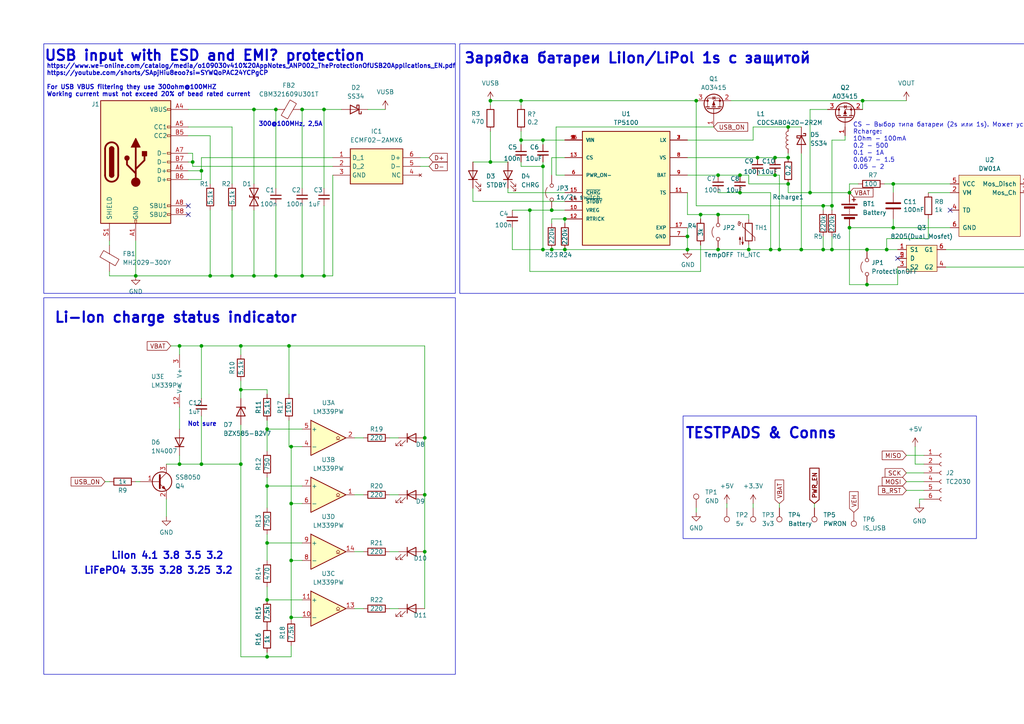
<source format=kicad_sch>
(kicad_sch (version 20231120) (generator "eeschema") (generator_version "8.0")
  (paper "A4")
  (junction (at 208.28 62.23))
  (junction (at 142.24 29.21))
  (junction (at 77.47 173.99))
  (junction (at 246.38 66.04))
  (junction (at 77.47 124.46))
  (junction (at 228.6 36.83))
  (junction (at 163.83 63.5))
  (junction (at 217.17 72.39))
  (junction (at 251.46 82.55))
  (junction (at 157.48 48.26))
  (junction (at 238.76 72.39))
  (junction (at 259.08 53.34))
  (junction (at 208.28 50.8))
  (junction (at 157.48 40.64))
  (junction (at 250.19 29.21))
  (junction (at 87.63 31.75))
  (junction (at 241.3 72.39))
  (junction (at 84.455 129.54))
  (junction (at 234.95 55.88))
  (junction (at 228.6 45.72))
  (junction (at 160.02 60.96))
  (junction (at 69.85 100.33))
  (junction (at 77.47 190.5))
  (junction (at 224.79 50.8))
  (junction (at 58.42 134.62))
  (junction (at 142.24 46.99))
  (junction (at 228.6 53.34))
  (junction (at 199.39 68.58))
  (junction (at 151.13 40.64))
  (junction (at 73.66 31.75))
  (junction (at 241.3 59.69))
  (junction (at 93.98 31.75))
  (junction (at 67.31 80.01))
  (junction (at 208.28 72.39))
  (junction (at 52.07 100.33))
  (junction (at 226.06 72.39))
  (junction (at 251.46 72.39))
  (junction (at 257.175 72.39))
  (junction (at 219.71 45.72))
  (junction (at 39.37 80.01))
  (junction (at 259.08 66.04))
  (junction (at 93.98 80.01))
  (junction (at 199.39 72.39))
  (junction (at 69.85 134.62))
  (junction (at 203.2 62.23))
  (junction (at 153.67 60.96))
  (junction (at 84.455 146.05))
  (junction (at 73.66 80.01))
  (junction (at 60.96 80.01))
  (junction (at 55.88 46.99))
  (junction (at 201.93 29.21))
  (junction (at 84.455 162.56))
  (junction (at 123.19 143.51))
  (junction (at 80.01 31.75))
  (junction (at 163.83 72.39))
  (junction (at 123.19 160.02))
  (junction (at 69.85 113.03))
  (junction (at 83.82 100.33))
  (junction (at 224.79 45.72))
  (junction (at 246.38 55.88))
  (junction (at 77.47 157.48))
  (junction (at 214.63 55.88))
  (junction (at 232.41 72.39))
  (junction (at 84.455 179.07))
  (junction (at 223.52 72.39))
  (junction (at 123.19 127))
  (junction (at 58.42 49.53))
  (junction (at 58.42 100.33))
  (junction (at 157.48 72.39))
  (junction (at 151.13 29.21))
  (junction (at 214.63 50.8))
  (junction (at 80.01 80.01))
  (junction (at 160.02 72.39))
  (junction (at 52.07 134.62))
  (junction (at 238.76 59.69))
  (junction (at 77.47 140.97))
  (junction (at 87.63 80.01))
  (no_connect (at 275.59 60.96))
  (no_connect (at 260.35 74.93))
  (no_connect (at 54.61 62.23))
  (no_connect (at 54.61 59.69))
  (wire (pts (xy 241.3 59.69) (xy 241.3 60.96)))
  (wire (pts (xy 58.42 49.53) (xy 54.61 49.53)))
  (wire (pts (xy 58.42 120.65) (xy 58.42 134.62)))
  (wire (pts (xy 83.82 100.33) (xy 123.19 100.33)))
  (wire (pts (xy 84.455 146.05) (xy 84.455 162.56)))
  (wire (pts (xy 238.76 68.58) (xy 238.76 72.39)))
  (wire (pts (xy 234.95 31.75) (xy 234.95 55.88)))
  (wire (pts (xy 157.48 41.91) (xy 157.48 40.64)))
  (wire (pts (xy 199.39 72.39) (xy 199.39 68.58)))
  (wire (pts (xy 234.95 55.88) (xy 246.38 55.88)))
  (wire (pts (xy 203.2 71.12) (xy 203.2 78.74)))
  (wire (pts (xy 246.38 66.04) (xy 246.38 82.55)))
  (wire (pts (xy 212.09 29.21) (xy 250.19 29.21)))
  (wire (pts (xy 161.29 50.8) (xy 163.83 50.8)))
  (wire (pts (xy 54.61 36.83) (xy 67.31 36.83)))
  (wire (pts (xy 67.31 36.83) (xy 67.31 53.34)))
  (wire (pts (xy 69.85 123.19) (xy 69.85 134.62)))
  (wire (pts (xy 262.89 142.24) (xy 267.97 142.24)))
  (wire (pts (xy 55.88 44.45) (xy 54.61 44.45)))
  (wire (pts (xy 77.47 157.48) (xy 87.63 157.48)))
  (wire (pts (xy 77.47 157.48) (xy 77.47 162.56)))
  (wire (pts (xy 160.02 50.8) (xy 160.02 45.72)))
  (wire (pts (xy 217.17 62.23) (xy 217.17 63.5)))
  (wire (pts (xy 203.2 63.5) (xy 203.2 62.23)))
  (wire (pts (xy 106.68 31.75) (xy 111.76 31.75)))
  (wire (pts (xy 260.35 82.55) (xy 251.46 82.55)))
  (wire (pts (xy 238.76 72.39) (xy 241.3 72.39)))
  (wire (pts (xy 148.59 60.96) (xy 153.67 60.96)))
  (wire (pts (xy 226.06 50.8) (xy 226.06 72.39)))
  (wire (pts (xy 102.87 127) (xy 105.41 127)))
  (wire (pts (xy 123.19 127) (xy 123.19 100.33)))
  (wire (pts (xy 267.97 144.78) (xy 266.7 144.78)))
  (wire (pts (xy 223.52 55.88) (xy 214.63 55.88)))
  (wire (pts (xy 217.17 71.12) (xy 217.17 72.39)))
  (wire (pts (xy 52.07 118.11) (xy 52.07 124.46)))
  (wire (pts (xy 226.06 72.39) (xy 232.41 72.39)))
  (wire (pts (xy 123.19 143.51) (xy 123.19 127)))
  (wire (pts (xy 77.47 121.92) (xy 77.47 124.46)))
  (wire (pts (xy 241.3 68.58) (xy 241.3 72.39)))
  (wire (pts (xy 58.42 134.62) (xy 69.85 134.62)))
  (wire (pts (xy 58.42 49.53) (xy 58.42 52.07)))
  (wire (pts (xy 217.17 50.8) (xy 217.17 53.34)))
  (wire (pts (xy 77.47 138.43) (xy 77.47 140.97)))
  (wire (pts (xy 87.63 80.01) (xy 93.98 80.01)))
  (wire (pts (xy 58.42 45.72) (xy 58.42 49.53)))
  (wire (pts (xy 77.47 190.5) (xy 84.455 190.5)))
  (wire (pts (xy 80.01 80.01) (xy 87.63 80.01)))
  (wire (pts (xy 73.66 60.96) (xy 73.66 80.01)))
  (wire (pts (xy 123.19 176.53) (xy 123.19 160.02)))
  (wire (pts (xy 69.85 100.33) (xy 69.85 102.87)))
  (wire (pts (xy 226.06 50.8) (xy 224.79 50.8)))
  (wire (pts (xy 39.37 69.85) (xy 39.37 80.01)))
  (wire (pts (xy 257.175 72.39) (xy 260.35 72.39)))
  (wire (pts (xy 151.13 41.91) (xy 151.13 40.64)))
  (wire (pts (xy 274.32 77.47) (xy 300.99 77.47)))
  (wire (pts (xy 121.92 45.72) (xy 124.46 45.72)))
  (wire (pts (xy 84.455 162.56) (xy 87.63 162.56)))
  (wire (pts (xy 160.02 60.96) (xy 163.83 60.96)))
  (wire (pts (xy 87.63 31.75) (xy 87.63 54.61)))
  (wire (pts (xy 199.39 62.23) (xy 203.2 62.23)))
  (wire (pts (xy 223.52 72.39) (xy 226.06 72.39)))
  (wire (pts (xy 157.48 72.39) (xy 160.02 72.39)))
  (wire (pts (xy 31.75 69.85) (xy 31.75 71.12)))
  (wire (pts (xy 102.87 176.53) (xy 105.41 176.53)))
  (wire (pts (xy 148.59 72.39) (xy 148.59 66.04)))
  (wire (pts (xy 113.03 160.02) (xy 115.57 160.02)))
  (wire (pts (xy 39.37 80.01) (xy 60.96 80.01)))
  (wire (pts (xy 262.89 132.08) (xy 267.97 132.08)))
  (wire (pts (xy 232.41 44.45) (xy 232.41 72.39)))
  (wire (pts (xy 265.43 129.54) (xy 265.43 134.62)))
  (wire (pts (xy 163.83 40.64) (xy 157.48 40.64)))
  (wire (pts (xy 208.28 55.88) (xy 214.63 55.88)))
  (wire (pts (xy 102.87 160.02) (xy 105.41 160.02)))
  (wire (pts (xy 199.39 55.88) (xy 199.39 62.23)))
  (wire (pts (xy 228.6 53.34) (xy 228.6 55.88)))
  (wire (pts (xy 241.3 72.39) (xy 251.46 72.39)))
  (wire (pts (xy 54.61 46.99) (xy 55.88 46.99)))
  (wire (pts (xy 137.16 46.99) (xy 142.24 46.99)))
  (wire (pts (xy 77.47 113.03) (xy 77.47 114.3)))
  (wire (pts (xy 83.82 121.92) (xy 83.82 129.54)))
  (wire (pts (xy 236.22 146.05) (xy 236.22 147.32)))
  (wire (pts (xy 151.13 48.26) (xy 157.48 48.26)))
  (wire (pts (xy 151.13 38.1) (xy 151.13 40.64)))
  (wire (pts (xy 224.79 45.72) (xy 228.6 45.72)))
  (wire (pts (xy 157.48 48.26) (xy 157.48 72.39)))
  (wire (pts (xy 262.89 137.16) (xy 267.97 137.16)))
  (wire (pts (xy 84.455 162.56) (xy 84.455 179.07)))
  (wire (pts (xy 259.08 63.5) (xy 259.08 66.04)))
  (wire (pts (xy 58.42 45.72) (xy 96.52 45.72)))
  (wire (pts (xy 241.3 59.69) (xy 238.76 59.69)))
  (wire (pts (xy 55.88 46.99) (xy 55.88 44.45)))
  (wire (pts (xy 251.46 72.39) (xy 257.175 72.39)))
  (wire (pts (xy 266.7 144.78) (xy 266.7 146.05)))
  (wire (pts (xy 228.6 45.72) (xy 228.6 44.45)))
  (wire (pts (xy 69.85 100.33) (xy 83.82 100.33)))
  (wire (pts (xy 49.53 100.33) (xy 52.07 100.33)))
  (wire (pts (xy 259.08 55.88) (xy 259.08 53.34)))
  (wire (pts (xy 60.96 60.96) (xy 60.96 80.01)))
  (wire (pts (xy 83.82 100.33) (xy 83.82 114.3)))
  (wire (pts (xy 96.52 50.8) (xy 96.52 80.01)))
  (wire (pts (xy 203.2 78.74) (xy 153.67 78.74)))
  (wire (pts (xy 142.24 29.21) (xy 142.24 30.48)))
  (wire (pts (xy 210.82 146.05) (xy 210.82 147.32)))
  (wire (pts (xy 246.38 53.34) (xy 246.38 55.88)))
  (wire (pts (xy 87.63 59.69) (xy 87.63 80.01)))
  (wire (pts (xy 113.03 127) (xy 115.57 127)))
  (wire (pts (xy 269.24 55.88) (xy 275.59 55.88)))
  (wire (pts (xy 241.3 40.64) (xy 241.3 59.69)))
  (wire (pts (xy 142.24 46.99) (xy 147.32 46.99)))
  (wire (pts (xy 260.35 77.47) (xy 260.35 82.55)))
  (wire (pts (xy 93.98 59.69) (xy 93.98 80.01)))
  (wire (pts (xy 123.19 160.02) (xy 123.19 143.51)))
  (wire (pts (xy 238.76 59.69) (xy 201.93 59.69)))
  (wire (pts (xy 201.93 59.69) (xy 201.93 29.21)))
  (wire (pts (xy 300.99 53.34) (xy 300.99 77.47)))
  (wire (pts (xy 203.2 62.23) (xy 208.28 62.23)))
  (wire (pts (xy 58.42 100.33) (xy 58.42 115.57)))
  (wire (pts (xy 208.28 72.39) (xy 217.17 72.39)))
  (wire (pts (xy 157.48 40.64) (xy 151.13 40.64)))
  (wire (pts (xy 52.07 100.33) (xy 58.42 100.33)))
  (wire (pts (xy 87.63 31.75) (xy 93.98 31.75)))
  (wire (pts (xy 199.39 45.72) (xy 219.71 45.72)))
  (wire (pts (xy 69.85 113.03) (xy 77.47 113.03)))
  (wire (pts (xy 223.52 55.88) (xy 223.52 72.39)))
  (wire (pts (xy 208.28 62.23) (xy 217.17 62.23)))
  (wire (pts (xy 199.39 40.64) (xy 218.44 40.64)))
  (wire (pts (xy 52.07 132.08) (xy 52.07 134.62)))
  (wire (pts (xy 228.6 36.83) (xy 232.41 36.83)))
  (wire (pts (xy 77.47 140.97) (xy 77.47 147.32)))
  (wire (pts (xy 31.75 78.74) (xy 31.75 80.01)))
  (wire (pts (xy 77.47 140.97) (xy 87.63 140.97)))
  (wire (pts (xy 163.83 63.5) (xy 163.83 64.77)))
  (wire (pts (xy 137.16 54.61) (xy 137.16 58.42)))
  (wire (pts (xy 142.24 29.21) (xy 151.13 29.21)))
  (wire (pts (xy 161.29 36.83) (xy 207.01 36.83)))
  (wire (pts (xy 157.48 48.26) (xy 157.48 46.99)))
  (wire (pts (xy 54.61 31.75) (xy 73.66 31.75)))
  (wire (pts (xy 69.85 190.5) (xy 77.47 190.5)))
  (wire (pts (xy 84.455 129.54) (xy 84.455 146.05)))
  (wire (pts (xy 52.07 100.33) (xy 52.07 102.87)))
  (wire (pts (xy 39.37 139.7) (xy 40.64 139.7)))
  (wire (pts (xy 199.39 50.8) (xy 208.28 50.8)))
  (wire (pts (xy 151.13 29.21) (xy 151.13 30.48)))
  (wire (pts (xy 234.95 31.75) (xy 240.03 31.75)))
  (wire (pts (xy 298.45 72.39) (xy 274.32 72.39)))
  (wire (pts (xy 69.85 110.49) (xy 69.85 113.03)))
  (wire (pts (xy 60.96 39.37) (xy 60.96 53.34)))
  (wire (pts (xy 84.455 129.54) (xy 87.63 129.54)))
  (wire (pts (xy 58.42 52.07) (xy 54.61 52.07)))
  (wire (pts (xy 55.88 48.26) (xy 55.88 46.99)))
  (wire (pts (xy 84.455 146.05) (xy 87.63 146.05)))
  (wire (pts (xy 153.67 78.74) (xy 153.67 60.96)))
  (wire (pts (xy 245.11 39.37) (xy 245.11 40.64)))
  (wire (pts (xy 219.71 50.8) (xy 224.79 50.8)))
  (wire (pts (xy 67.31 80.01) (xy 60.96 80.01)))
  (wire (pts (xy 73.66 31.75) (xy 73.66 53.34)))
  (wire (pts (xy 269.24 63.5) (xy 269.24 69.215)))
  (wire (pts (xy 163.83 63.5) (xy 160.02 63.5)))
  (wire (pts (xy 73.66 31.75) (xy 80.01 31.75)))
  (wire (pts (xy 96.52 80.01) (xy 93.98 80.01)))
  (wire (pts (xy 102.87 143.51) (xy 105.41 143.51)))
  (wire (pts (xy 80.01 31.75) (xy 80.01 54.61)))
  (wire (pts (xy 77.47 154.94) (xy 77.47 157.48)))
  (wire (pts (xy 96.52 48.26) (xy 55.88 48.26)))
  (wire (pts (xy 48.26 134.62) (xy 52.07 134.62)))
  (wire (pts (xy 245.11 40.64) (xy 241.3 40.64)))
  (wire (pts (xy 232.41 72.39) (xy 238.76 72.39)))
  (wire (pts (xy 67.31 60.96) (xy 67.31 80.01)))
  (wire (pts (xy 228.6 55.88) (xy 234.95 55.88)))
  (wire (pts (xy 238.76 60.96) (xy 238.76 59.69)))
  (wire (pts (xy 160.02 45.72) (xy 163.83 45.72)))
  (wire (pts (xy 226.06 146.05) (xy 226.06 147.32)))
  (wire (pts (xy 137.16 58.42) (xy 163.83 58.42)))
  (wire (pts (xy 163.83 72.39) (xy 199.39 72.39)))
  (wire (pts (xy 84.455 187.325) (xy 84.455 190.5)))
  (wire (pts (xy 31.75 80.01) (xy 39.37 80.01)))
  (wire (pts (xy 77.47 170.18) (xy 77.47 173.99)))
  (wire (pts (xy 69.85 113.03) (xy 69.85 115.57)))
  (wire (pts (xy 77.47 189.23) (xy 77.47 190.5)))
  (wire (pts (xy 58.42 100.33) (xy 69.85 100.33)))
  (wire (pts (xy 259.08 53.34) (xy 275.59 53.34)))
  (wire (pts (xy 257.175 69.215) (xy 257.175 72.39)))
  (wire (pts (xy 84.455 179.07) (xy 84.455 179.705)))
  (wire (pts (xy 121.92 48.26) (xy 124.46 48.26)))
  (wire (pts (xy 151.13 48.26) (xy 151.13 46.99)))
  (wire (pts (xy 151.13 29.21) (xy 201.93 29.21)))
  (wire (pts (xy 265.43 134.62) (xy 267.97 134.62)))
  (wire (pts (xy 157.48 72.39) (xy 148.59 72.39)))
  (wire (pts (xy 214.63 50.8) (xy 217.17 50.8)))
  (wire (pts (xy 83.82 129.54) (xy 84.455 129.54)))
  (wire (pts (xy 199.39 72.39) (xy 208.28 72.39)))
  (wire (pts (xy 77.47 124.46) (xy 77.47 130.81)))
  (wire (pts (xy 219.71 45.72) (xy 224.79 45.72)))
  (wire (pts (xy 31.75 139.7) (xy 30.48 139.7)))
  (wire (pts (xy 93.98 31.75) (xy 93.98 54.61)))
  (wire (pts (xy 73.66 80.01) (xy 80.01 80.01)))
  (wire (pts (xy 218.44 40.64) (xy 218.44 36.83)))
  (wire (pts (xy 199.39 68.58) (xy 199.39 66.04)))
  (wire (pts (xy 269.24 69.215) (xy 257.175 69.215)))
  (wire (pts (xy 69.85 134.62) (xy 69.85 190.5)))
  (wire (pts (xy 147.32 54.61) (xy 147.32 55.88)))
  (wire (pts (xy 113.03 176.53) (xy 115.57 176.53)))
  (wire (pts (xy 250.19 29.21) (xy 262.89 29.21)))
  (wire (pts (xy 208.28 50.8) (xy 214.63 50.8)))
  (wire (pts (xy 217.17 53.34) (xy 228.6 53.34)))
  (wire (pts (xy 246.38 53.34) (xy 248.92 53.34)))
  (wire (pts (xy 298.45 55.88) (xy 298.45 72.39)))
  (wire (pts (xy 201.93 147.32) (xy 201.93 148.59)))
  (wire (pts (xy 298.45 53.34) (xy 300.99 53.34)))
  (wire (pts (xy 160.02 63.5) (xy 160.02 64.77)))
  (wire (pts (xy 52.07 134.62) (xy 58.42 134.62)))
  (wire (pts (xy 142.24 38.1) (xy 142.24 46.99)))
  (wire (pts (xy 218.44 36.83) (xy 228.6 36.83)))
  (wire (pts (xy 153.67 60.96) (xy 160.02 60.96)))
  (wire (pts (xy 77.47 124.46) (xy 87.63 124.46)))
  (wire (pts (xy 262.89 139.7) (xy 267.97 139.7)))
  (wire (pts (xy 160.02 72.39) (xy 163.83 72.39)))
  (wire (pts (xy 48.26 144.78) (xy 48.26 149.86)))
  (wire (pts (xy 93.98 31.75) (xy 99.06 31.75)))
  (wire (pts (xy 161.29 36.83) (xy 161.29 50.8)))
  (wire (pts (xy 250.19 29.21) (xy 250.19 31.75)))
  (wire (pts (xy 84.455 179.07) (xy 87.63 179.07)))
  (wire (pts (xy 218.44 146.05) (xy 218.44 147.32)))
  (wire (pts (xy 113.03 143.51) (xy 115.57 143.51)))
  (wire (pts (xy 246.38 66.04) (xy 259.08 66.04)))
  (wire (pts (xy 80.01 59.69) (xy 80.01 80.01)))
  (wire (pts (xy 217.17 72.39) (xy 223.52 72.39)))
  (wire (pts (xy 147.32 55.88) (xy 163.83 55.88)))
  (wire (pts (xy 259.08 66.04) (xy 275.59 66.04)))
  (wire (pts (xy 54.61 39.37) (xy 60.96 39.37)))
  (wire (pts (xy 77.47 173.99) (xy 87.63 173.99)))
  (wire (pts (xy 251.46 82.55) (xy 246.38 82.55)))
  (wire (pts (xy 67.31 80.01) (xy 73.66 80.01)))
  (wire (pts (xy 256.54 53.34) (xy 259.08 53.34)))
  (rectangle (start 133.35 12.7) (end 310.515 85.09))
  (rectangle (start 198.12 120.65) (end 283.21 156.21))
  (rectangle (start 12.7 86.36) (end 132.08 195.58))
  (rectangle (start 12.7 12.7) (end 132.08 85.09))
  (text "TESTPADS & Conns" (at 198.628 127.508 0) (effects (font (size 3 3) (thickness 0.6) (bold yes)) (justify left bottom)))
  (text "Li-Ion charge status indicator" (at 15.621 93.98 0) (effects (font (size 3 3) (thickness 0.6) (bold yes)) (justify left bottom)))
  (text "LiFePO4 3.35 3.28 3.25 3.2" (at 24.257 166.751 0) (effects (font (size 2 2) (thickness 0.4) (bold yes)) (justify left bottom)))
  (text "USB input with ESD and EMI? protection" (at 12.7 18.034 0) (effects (font (size 3 3) (thickness 0.6) (bold yes)) (justify left bottom)))
  (text "Зарядка батареи LiIon/LiPol 1s с защитой" (at 184.912 17.018 0) (effects (font (size 3 3) (thickness 0.6) (bold yes))))
  (text "https://www.we-online.com/catalog/media/o109030v410%20AppNotes_ANP002_TheProtectionOfUSB20Applications_EN.pdf\nhttps://youtube.com/shorts/SApjHiu8eoo?si=SYWQoPAC24YCPgCP\n\nFor USB VBUS filtering they use 300ohm@100MHZ\nWorking current must not exceed 20% of bead rated current" (at 13.462 28.194 0) (effects (font (size 1.27 1.27) (bold yes)) (justify left bottom)))
  (text "300@100MHz, 2,5A" (at 74.93 36.83 0) (effects (font (size 1.27 1.27) (bold yes)) (justify left bottom)))
  (text "CS - Выбор типа батареи (2s или 1s). Может усправляться\nRcharge:\n1Ohm - 100mA\n0.2 - 500\n0.1 - 1A\n0.067 - 1.5\n0.05 - 2" (at 247.396 42.418 0) (effects (font (size 1.27 1.27)) (justify left)))
  (text "Not sure" (at 54.356 123.825 0) (effects (font (size 1.27 1.27) (bold yes)) (justify left bottom)))
  (text "LiIon 4.1 3.8 3.5 3.2" (at 32.131 162.433 0) (effects (font (size 2 2) (thickness 0.4) (bold yes)) (justify left bottom)))
  (global_label "USB_ON" (shape input) (at 207.01 36.83 0) (property "Intersheetrefs" "${INTERSHEET_REFS}" (effects (hide yes))))
  (global_label "VBAT" (shape input) (at 246.38 55.88 0) (property "Intersheetrefs" "${INTERSHEET_REFS}" (effects (hide yes))))
  (global_label "VEH" (shape input) (at 247.65 148.59 90) (property "Intersheetrefs" "${INTERSHEET_REFS}" (effects (hide yes))))
  (global_label "MISO" (shape input) (at 262.89 132.08 180) (property "Intersheetrefs" "${INTERSHEET_REFS}" (effects (hide yes))))
  (global_label "PWR_EN" (shape input) (at 236.22 146.05 90) (effects (font (bold yes))) (property "Intersheetrefs" "${INTERSHEET_REFS}" (effects (hide yes))))
  (global_label "VBAT" (shape input) (at 226.06 146.05 90) (property "Intersheetrefs" "${INTERSHEET_REFS}" (effects (hide yes))))
  (global_label "VBAT" (shape input) (at 49.53 100.33 180) (property "Intersheetrefs" "${INTERSHEET_REFS}" (effects (hide yes))))
  (global_label "MOSI" (shape input) (at 262.89 139.7 180) (property "Intersheetrefs" "${INTERSHEET_REFS}" (effects (hide yes))))
  (global_label "USB_ON" (shape input) (at 30.48 139.7 180) (property "Intersheetrefs" "${INTERSHEET_REFS}" (effects (hide yes))))
  (global_label "D+" (shape input) (at 124.46 45.72 0) (property "Intersheetrefs" "${INTERSHEET_REFS}" (effects (hide yes))))
  (global_label "SCK" (shape input) (at 262.89 137.16 180) (property "Intersheetrefs" "${INTERSHEET_REFS}" (effects (hide yes))))
  (global_label "D-" (shape input) (at 124.46 48.26 0) (property "Intersheetrefs" "${INTERSHEET_REFS}" (effects (hide yes))))
  (global_label "B_RST" (shape input) (at 262.89 142.24 180) (property "Intersheetrefs" "${INTERSHEET_REFS}" (effects (hide yes))))
  (symbol (lib_id "Device:R") (at 84.455 183.515 180) (unit 1)
    (property "Reference" "R18" (at 81.915 183.515 90))
    (property "Value" "7.5k" (at 84.455 183.515 90))
    (property "Footprint" "Resistor_SMD:R_0402_1005Metric_Pad0.72x0.64mm_HandSolder" (effects (hide yes)))
  )
  (symbol (lib_id "Device:C_Small") (at 208.28 53.34 0) (unit 1)
    (property "Reference" "C7" (at 204.978 51.816 0) (effects (justify left)))
    (property "Value" "100n" (at 204.216 55.118 0) (effects (justify left)))
    (property "Footprint" "Capacitor_SMD:C_0402_1005Metric_Pad0.74x0.62mm_HandSolder" (effects (hide yes)))
  )
  (symbol (lib_id "_chips:TP5100") (at 181.61 53.34 0) (unit 1)
    (property "Reference" "U1" (at 181.61 33.02 0))
    (property "Value" "TP5100" (at 181.61 35.56 0))
    (property "Footprint" "Package_DFN_QFN:QFN-16-1EP_4x4mm_P0.65mm_EP2.1x2.1mm" (effects (hide yes)))
    (property "Datasheet" "https://www.promelec.ru/fs/sources/75/14/fc/a5/01efac50202eb270566d2c7e.pdf" (effects (hide yes)))
    (property "MF" "NanJing Top Power ASIC Corp." (effects (hide yes)))
    (property "MAXIMUM_PACKAGE_HEIGHT" "0.9 mm" (effects (hide yes)))
    (property "Package" "Package" (effects (hide yes)))
    (property "Price" "None" (effects (hide yes)))
    (property "Check_prices" "https://www.snapeda.com/parts/TP5100/NanJing+Top+Power+ASIC+Corp./view-part/?ref=eda" (effects (hide yes)))
    (property "STANDARD" "IPC 7351B" (effects (hide yes)))
    (property "PARTREV" "2.3" (effects (hide yes)))
    (property "SnapEDA_Link" "https://www.snapeda.com/parts/TP5100/NanJing+Top+Power+ASIC+Corp./view-part/?ref=snap" (effects (hide yes)))
    (property "MP" "TP5100" (effects (hide yes)))
    (property "Description_1" "\n2A-switch buck 8.4V / 4.2V rechargeable lithium battery\n" (effects (hide yes)))
    (property "MANUFACTURER" "NanJing Top Power ASIC Corp." (effects (hide yes)))
    (property "Availability" "Not in stock" (effects (hide yes)))
    (property "SNAPEDA_PN" "TP5100" (effects (hide yes)))
  )
  (symbol (lib_id "Device:R") (at 163.83 68.58 0) (unit 1)
    (property "Reference" "R24" (at 162.052 73.914 0) (effects (justify left)))
    (property "Value" "220k" (at 163.83 71.12 90) (effects (justify left)))
    (property "Footprint" "Resistor_SMD:R_0402_1005Metric_Pad0.72x0.64mm_HandSolder" (effects (hide yes)))
  )
  (symbol (lib_id "Device:R") (at 109.22 143.51 90) (unit 1)
    (property "Reference" "R20" (at 109.22 140.97 90))
    (property "Value" "220" (at 109.22 143.51 90))
    (property "Footprint" "Resistor_SMD:R_0402_1005Metric_Pad0.72x0.64mm_HandSolder" (effects (hide yes)))
  )
  (symbol (lib_id "power:GND") (at 199.39 72.39 0) (unit 1)
    (property "Reference" "#PWR04" (effects (hide yes)))
    (property "Value" "GND" (at 199.517 76.7842 0))
  )
  (symbol (lib_id "Jumper:Jumper_2_Open") (at 208.28 67.31 90) (unit 1) (exclude_from_sim yes)
    (property "Reference" "JP2" (at 209.55 66.0399 90) (effects (justify right)))
    (property "Value" "TempOFF" (at 204.216 73.914 90) (effects (justify right)))
    (property "Footprint" "Jumper:SolderJumper-2_P1.3mm_Open_RoundedPad1.0x1.5mm" (effects (hide yes)))
    (property "Description" "Jumper, 2-pole, open" (effects (hide yes)))
  )
  (symbol (lib_id "Device:Thermistor_NTC") (at 217.17 67.31 0) (unit 1)
    (property "Reference" "TH1" (at 218.948 66.04 0) (effects (justify left)))
    (property "Value" "TH_NTC" (at 213.614 73.914 0) (effects (justify left)))
    (property "Footprint" "Resistor_SMD:R_0805_2012Metric_Pad1.20x1.40mm_HandSolder" (effects (hide yes)))
    (property "Description" "Temperature dependent resistor, negative temperature coefficient" (effects (hide yes)))
  )
  (symbol (lib_id "Device:R") (at 269.24 59.69 0) (unit 1)
    (property "Reference" "R8" (at 271.018 58.5216 0) (effects (justify left)))
    (property "Value" "1k" (at 271.018 60.833 0) (effects (justify left)))
    (property "Footprint" "Resistor_SMD:R_0402_1005Metric_Pad0.72x0.64mm_HandSolder" (effects (hide yes)))
  )
  (symbol (lib_name "GND_1") (lib_id "power:GND") (at 266.7 146.05 0) (unit 1)
    (property "Reference" "#PWR011" (effects (hide yes)))
    (property "Value" "GND" (at 266.7 151.13 0))
  )
  (symbol (lib_id "Device:R") (at 77.47 134.62 180) (unit 1)
    (property "Reference" "R12" (at 74.93 134.62 90))
    (property "Value" "750" (at 77.47 134.62 90))
    (property "Footprint" "Resistor_SMD:R_0402_1005Metric_Pad0.72x0.64mm_HandSolder" (effects (hide yes)))
  )
  (symbol (lib_id "Device:L") (at 228.6 40.64 180) (unit 1)
    (property "Reference" "L1" (at 219.456 33.02 0) (effects (justify right)))
    (property "Value" "CDCSAB0420-2R2M" (at 219.456 35.56 0) (effects (justify right)))
    (property "Footprint" "Inductor_SMD:L_APV_APH0420" (effects (hide yes)))
    (property "Description" "Inductor" (effects (hide yes)))
  )
  (symbol (lib_id "Jumper:Jumper_2_Open") (at 251.46 77.47 90) (unit 1) (exclude_from_sim yes)
    (property "Reference" "JP1" (at 252.73 76.1999 90) (effects (justify right)))
    (property "Value" "ProtectionOFF" (at 252.73 78.7399 90) (effects (justify right)))
    (property "Footprint" "Jumper:SolderJumper-2_P1.3mm_Open_RoundedPad1.0x1.5mm" (effects (hide yes)))
    (property "Description" "Jumper, 2-pole, open" (effects (hide yes)))
  )
  (symbol (lib_id "Device:R") (at 109.22 160.02 90) (unit 1)
    (property "Reference" "R21" (at 109.22 157.48 90))
    (property "Value" "220" (at 109.22 160.02 90))
    (property "Footprint" "Resistor_SMD:R_0402_1005Metric_Pad0.72x0.64mm_HandSolder" (effects (hide yes)))
  )
  (symbol (lib_id "Device:C_Small") (at 224.79 48.26 0) (unit 1)
    (property "Reference" "C10" (at 220.98 46.736 0) (effects (justify left)))
    (property "Value" "10uF" (at 220.726 49.784 0) (effects (justify left)))
    (property "Footprint" "Capacitor_SMD:C_0603_1608Metric_Pad1.08x0.95mm_HandSolder" (effects (hide yes)))
  )
  (symbol (lib_id "Comparator:LM339") (at 95.25 160.02 0) (unit 4)
    (property "Reference" "U3" (at 95.25 149.86 0))
    (property "Value" "LM339PW" (at 95.25 152.4 0))
    (property "Footprint" "Package_SO:TSSOP-14_4.4x5mm_P0.65mm" (effects (hide yes)))
    (property "Datasheet" "https://www.st.com/resource/en/datasheet/lm139.pdf" (effects (hide yes)))
  )
  (symbol (lib_id "Device:FerriteBead") (at 31.75 74.93 0) (unit 1)
    (property "Reference" "FB1" (at 35.56 73.6091 0) (effects (justify left)))
    (property "Value" "MH2029-300Y" (at 35.56 76.1491 0) (effects (justify left)))
    (property "Footprint" "Inductor_SMD:L_0805_2012Metric_Pad1.05x1.20mm_HandSolder" (effects (hide yes)))
    (property "Description" "Ferrite bead" (effects (hide yes)))
  )
  (symbol (lib_id "Device:R") (at 151.13 34.29 0) (unit 1)
    (property "Reference" "R?" (at 152.908 33.1216 0) (effects (justify left)))
    (property "Value" "0.2" (at 152.908 35.433 0) (effects (justify left)))
    (property "Footprint" "Resistor_SMD:R_1206_3216Metric_Pad1.30x1.75mm_HandSolder" (effects (hide yes)))
  )
  (symbol (lib_id "Device:D_Schottky") (at 102.87 31.75 180) (unit 1)
    (property "Reference" "D2" (at 103.1875 25.4 0))
    (property "Value" "SS34" (at 103.1875 27.94 0))
    (property "Footprint" "Diode_SMD:D_SMA-SMB_Universal_Handsoldering" (effects (hide yes)))
    (property "Description" "Schottky diode" (effects (hide yes)))
  )
  (symbol (lib_id "_chips:ECMF02-2AMX6") (at 96.52 45.72 0) (unit 1)
    (property "Reference" "IC1" (at 109.22 38.1 0))
    (property "Value" "ECMF02-2AMX6" (at 109.22 40.64 0))
    (property "Footprint" "_chips:ESD_ECMF02-2AMX6" (effects (hide yes)))
    (property "Datasheet" "http://www.st.com/content/ccc/resource/technical/document/datasheet/3a/28/cf/d0/31/63/48/8c/CD00282307.pdf/files/CD00282307.pdf/jcr:content/translations/en.CD00282307.pdf" (effects (hide yes)))
    (property "Height" "0.55" (effects (hide yes)))
    (property "Manufacturer_Name" "STMicroelectronics" (effects (hide yes)))
    (property "Manufacturer_Part_Number" "ECMF02-2AMX6" (effects (hide yes)))
    (property "Mouser Part Number" "511-ECMF02-2AMX6" (effects (hide yes)))
    (property "Mouser Price/Stock" "https://www.mouser.co.uk/ProductDetail/STMicroelectronics/ECMF02-2AMX6?qs=raAh8RbVwI65u5gmT42%2Flg%3D%3D" (effects (hide yes)))
    (property "Arrow Part Number" "ECMF02-2AMX6" (effects (hide yes)))
    (property "Arrow Price/Stock" "https://www.arrow.com/en/products/ecmf02-2amx6/stmicroelectronics?region=nac" (effects (hide yes)))
  )
  (symbol (lib_id "Device:C") (at 259.08 59.69 0) (unit 1)
    (property "Reference" "C11" (at 262.001 58.5216 0) (effects (justify left)))
    (property "Value" "100nF" (at 262.001 60.833 0) (effects (justify left)))
    (property "Footprint" "Capacitor_SMD:C_0402_1005Metric_Pad0.74x0.62mm_HandSolder" (effects (hide yes)))
  )
  (symbol (lib_id "Connector:USB_C_Receptacle_USB2.0") (at 39.37 46.99 0) (unit 1)
    (property "Reference" "J1" (at 27.686 30.226 0))
    (property "Value" "USB_C_Receptacle_USB2.0" (effects (hide yes)))
    (property "Footprint" "_usb:RUICHI_TYPE-C-16PF-020" (effects (hide yes)))
    (property "Datasheet" "https://www.usb.org/sites/default/files/documents/usb_type-c.zip" (effects (hide yes)))
  )
  (symbol (lib_id "Device:C_Small") (at 93.98 57.15 0) (unit 1)
    (property "Reference" "C3" (at 90.932 55.118 0) (effects (justify left)))
    (property "Value" "1uF" (at 89.408 59.182 0) (effects (justify left)))
    (property "Footprint" "Capacitor_SMD:C_0603_1608Metric_Pad1.08x0.95mm_HandSolder" (effects (hide yes)))
  )
  (symbol (lib_id "power:+5V") (at 265.43 129.54 0) (unit 1)
    (property "Reference" "#PWR010" (effects (hide yes)))
    (property "Value" "+5V" (at 265.43 124.46 0))
    (property "Description" "Power symbol creates a global label with name \"+5V\"" (effects (hide yes)))
  )
  (symbol (lib_name "VCC_1") (lib_id "power:VCC") (at 262.89 29.21 0) (unit 1)
    (property "Reference" "#PWR05" (effects (hide yes)))
    (property "Value" "VOUT" (at 262.89 24.13 0))
    (property "Description" "Power symbol creates a global label with name \"VCC\"" (effects (hide yes)))
  )
  (symbol (lib_id "Diode:1N4007") (at 52.07 128.27 90) (unit 1)
    (property "Reference" "D6" (at 43.815 128.27 90) (effects (justify right)))
    (property "Value" "1N4007" (at 43.815 130.81 90) (effects (justify right)))
    (property "Footprint" "Diode_SMD:D_SOD-123F" (effects (hide yes)))
    (property "Datasheet" "http://www.vishay.com/docs/88503/1n4001.pdf" (effects (hide yes)))
    (property "Sim.Device" "D" (effects (hide yes)))
    (property "Sim.Pins" "1=K 2=A" (effects (hide yes)))
  )
  (symbol (lib_id "Device:LED") (at 119.38 176.53 0) (unit 1)
    (property "Reference" "D11" (at 121.92 178.435 0))
    (property "Value" "LED" (effects (hide yes)))
    (property "Footprint" "LED_SMD:LED_0603_1608Metric_Pad1.05x0.95mm_HandSolder" (effects (hide yes)))
  )
  (symbol (lib_id "_chips:8205_sot-23") (at 267.97 74.93 0) (unit 1)
    (property "Reference" "Q3" (at 267.335 66.04 0))
    (property "Value" "8205(Dual_Mosfet)" (at 267.335 68.58 0))
    (property "Footprint" "Package_TO_SOT_SMD:SOT-23-6_Handsoldering" (effects (hide yes)))
  )
  (symbol (lib_id "Device:R") (at 252.73 53.34 90) (unit 1)
    (property "Reference" "R7" (at 254.508 50.8 90) (effects (justify left)))
    (property "Value" "100" (at 254.508 53.34 90) (effects (justify left)))
    (property "Footprint" "Resistor_SMD:R_0402_1005Metric_Pad0.72x0.64mm_HandSolder" (effects (hide yes)))
  )
  (symbol (lib_id "Comparator:LM339") (at 95.25 176.53 0) (unit 3)
    (property "Reference" "U3" (at 95.25 166.37 0))
    (property "Value" "LM339PW" (at 95.25 168.91 0))
    (property "Footprint" "Package_SO:TSSOP-14_4.4x5mm_P0.65mm" (effects (hide yes)))
    (property "Datasheet" "https://www.st.com/resource/en/datasheet/lm139.pdf" (effects (hide yes)))
  )
  (symbol (lib_id "Device:C_Small") (at 157.48 44.45 0) (unit 1)
    (property "Reference" "C6" (at 153.67 42.672 0) (effects (justify left)))
    (property "Value" "10uF" (at 152.4 45.974 0) (effects (justify left)))
    (property "Footprint" "Capacitor_SMD:C_0603_1608Metric_Pad1.08x0.95mm_HandSolder" (effects (hide yes)))
  )
  (symbol (lib_id "power:+3.3V") (at 218.44 146.05 0) (unit 1)
    (property "Reference" "#PWR09" (effects (hide yes)))
    (property "Value" "+3.3V" (at 218.44 140.97 0))
    (property "Description" "Power symbol creates a global label with name \"+3.3V\"" (effects (hide yes)))
  )
  (symbol (lib_id "Device:C_Small") (at 87.63 57.15 0) (unit 1)
    (property "Reference" "C2" (at 84.582 55.118 0) (effects (justify left)))
    (property "Value" "100n" (at 83.058 59.182 0) (effects (justify left)))
    (property "Footprint" "Capacitor_SMD:C_0402_1005Metric_Pad0.74x0.62mm_HandSolder" (effects (hide yes)))
  )
  (symbol (lib_id "Connector:Conn_01x06_Socket") (at 273.05 137.16 0) (unit 1)
    (property "Reference" "J2" (at 274.32 137.1599 0) (effects (justify left)))
    (property "Value" "TC2030" (at 274.32 139.6999 0) (effects (justify left)))
    (property "Footprint" "_conn:Conn_Prog_TC2030_DoubleSide" (effects (hide yes)))
    (property "Description" "Generic connector, single row, 01x06, script generated" (effects (hide yes)))
  )
  (symbol (lib_id "Device:Q_NPN_BEC") (at 45.72 139.7 0) (unit 1)
    (property "Reference" "Q4" (at 50.8 140.97 0) (effects (justify left)))
    (property "Value" "SS8050" (at 50.8 138.43 0) (effects (justify left)))
    (property "Footprint" "Package_TO_SOT_SMD:SOT-23" (effects (hide yes)))
    (property "Datasheet" "https://datasheet.lcsc.com/lcsc/2110081030_YFW-SS8050_C2898656.pdf" (effects (hide yes)))
  )
  (symbol (lib_id "power:VCC") (at 142.24 29.21 0) (unit 1)
    (property "Reference" "#PWR03" (effects (hide yes)))
    (property "Value" "VUSB" (at 142.24 24.13 0))
  )
  (symbol (lib_id "Device:C_Small") (at 80.01 57.15 0) (unit 1)
    (property "Reference" "C1" (at 76.962 55.118 0) (effects (justify left)))
    (property "Value" "100n" (at 75.438 59.182 0) (effects (justify left)))
    (property "Footprint" "Capacitor_SMD:C_0402_1005Metric_Pad0.74x0.62mm_HandSolder" (effects (hide yes)))
  )
  (symbol (lib_id "Connector:TestPoint") (at 226.06 147.32 180) (unit 1)
    (property "Reference" "TP4" (at 228.6 149.3519 0) (effects (justify right)))
    (property "Value" "Battery" (at 228.6 151.8919 0) (effects (justify right)))
    (property "Footprint" "TestPoint:TestPoint_Pad_D1.5mm" (effects (hide yes)))
    (property "Description" "test point" (effects (hide yes)))
  )
  (symbol (lib_id "Device:LED") (at 147.32 50.8 90) (unit 1)
    (property "Reference" "D4" (at 151.13 51.1174 90) (effects (justify right)))
    (property "Value" "CHRG" (at 151.13 53.6574 90) (effects (justify right)))
    (property "Footprint" "LED_SMD:LED_0603_1608Metric_Pad1.05x0.95mm_HandSolder" (effects (hide yes)))
    (property "Description" "Light emitting diode" (effects (hide yes)))
  )
  (symbol (lib_id "Device:C_Small") (at 148.59 63.5 0) (unit 1)
    (property "Reference" "C4" (at 144.78 61.976 0) (effects (justify left)))
    (property "Value" "100n" (at 143.51 65.278 0) (effects (justify left)))
    (property "Footprint" "Capacitor_SMD:C_0402_1005Metric_Pad0.74x0.62mm_HandSolder" (effects (hide yes)))
  )
  (symbol (lib_id "power:GND") (at 201.93 148.59 0) (unit 1)
    (property "Reference" "#PWR07" (effects (hide yes)))
    (property "Value" "GND" (at 201.93 153.1525 0))
  )
  (symbol (lib_id "Device:R") (at 160.02 68.58 0) (unit 1)
    (property "Reference" "R23" (at 157.988 73.914 0) (effects (justify left)))
    (property "Value" "220k" (at 160.02 70.866 90) (effects (justify left)))
    (property "Footprint" "Resistor_SMD:R_0402_1005Metric_Pad0.72x0.64mm_HandSolder" (effects (hide yes)))
  )
  (symbol (lib_id "Device:R") (at 83.82 118.11 180) (unit 1)
    (property "Reference" "R17" (at 81.28 118.11 90))
    (property "Value" "10k" (at 83.693 118.11 90))
    (property "Footprint" "Resistor_SMD:R_0402_1005Metric_Pad0.72x0.64mm_HandSolder" (effects (hide yes)))
  )
  (symbol (lib_id "Jumper:Jumper_2_Open") (at 160.02 55.88 90) (unit 1) (exclude_from_sim yes)
    (property "Reference" "JP3" (at 161.29 54.6099 90) (effects (justify right)))
    (property "Value" "1s/2s switch" (at 161.29 57.1499 90) (effects (justify right)))
    (property "Footprint" "Jumper:SolderJumper-2_P1.3mm_Open_RoundedPad1.0x1.5mm" (effects (hide yes)))
    (property "Description" "Jumper, 2-pole, open" (effects (hide yes)))
  )
  (symbol (lib_id "Device:R") (at 67.31 57.15 0) (unit 1)
    (property "Reference" "R2" (at 64.262 53.34 0) (effects (justify left)))
    (property "Value" "5.1k" (at 67.31 59.436 90) (effects (justify left)))
    (property "Footprint" "Resistor_SMD:R_0402_1005Metric_Pad0.72x0.64mm_HandSolder" (effects (hide yes)))
  )
  (symbol (lib_id "Device:R") (at 35.56 139.7 270) (unit 1)
    (property "Reference" "R9" (at 35.56 142.24 90))
    (property "Value" "1k" (at 35.56 139.7 90))
    (property "Footprint" "Resistor_SMD:R_0402_1005Metric_Pad0.72x0.64mm_HandSolder" (effects (hide yes)))
  )
  (symbol (lib_id "Device:C_Small") (at 219.71 48.26 0) (unit 1)
    (property "Reference" "C9" (at 215.9 46.736 0) (effects (justify left)))
    (property "Value" "100n" (at 215.646 49.784 0) (effects (justify left)))
    (property "Footprint" "Capacitor_SMD:C_0402_1005Metric_Pad0.74x0.62mm_HandSolder" (effects (hide yes)))
  )
  (symbol (lib_id "Device:LED") (at 137.16 50.8 90) (unit 1)
    (property "Reference" "D3" (at 140.97 51.1174 90) (effects (justify right)))
    (property "Value" "STDBY" (at 140.97 53.6574 90) (effects (justify right)))
    (property "Footprint" "LED_SMD:LED_0603_1608Metric_Pad1.05x0.95mm_HandSolder" (effects (hide yes)))
    (property "Description" "Light emitting diode" (effects (hide yes)))
  )
  (symbol (lib_id "Device:C_Small") (at 214.63 53.34 0) (unit 1)
    (property "Reference" "C8" (at 211.836 51.816 0) (effects (justify left)))
    (property "Value" "10uF" (at 210.566 55.118 0) (effects (justify left)))
    (property "Footprint" "Capacitor_SMD:C_0603_1608Metric_Pad1.08x0.95mm_HandSolder" (effects (hide yes)))
  )
  (symbol (lib_id "Device:R") (at 77.47 151.13 180) (unit 1)
    (property "Reference" "R13" (at 74.93 151.13 90))
    (property "Value" "750" (at 77.47 151.13 90))
    (property "Footprint" "Resistor_SMD:R_0402_1005Metric_Pad0.72x0.64mm_HandSolder" (effects (hide yes)))
  )
  (symbol (lib_id "Device:R") (at 77.47 185.42 180) (unit 1)
    (property "Reference" "R16" (at 74.93 185.42 90))
    (property "Value" "1k" (at 77.47 185.42 90))
    (property "Footprint" "Resistor_SMD:R_0402_1005Metric_Pad0.72x0.64mm_HandSolder" (effects (hide yes)))
  )
  (symbol (lib_id "Connector:TestPoint") (at 236.22 147.32 180) (unit 1)
    (property "Reference" "TP5" (at 238.76 149.3519 0) (effects (justify right)))
    (property "Value" "PWRON" (at 238.76 151.8919 0) (effects (justify right)))
    (property "Footprint" "TestPoint:TestPoint_Pad_D1.5mm" (effects (hide yes)))
    (property "Description" "test point" (effects (hide yes)))
  )
  (symbol (lib_id "Comparator:LM339") (at 95.25 127 0) (unit 1)
    (property "Reference" "U3" (at 95.25 116.84 0))
    (property "Value" "LM339PW" (at 95.25 119.38 0))
    (property "Footprint" "Package_SO:TSSOP-14_4.4x5mm_P0.65mm" (effects (hide yes)))
    (property "Datasheet" "https://www.st.com/resource/en/datasheet/lm139.pdf" (effects (hide yes)))
  )
  (symbol (lib_id "Device:R") (at 77.47 166.37 180) (unit 1)
    (property "Reference" "R14" (at 74.93 166.37 90))
    (property "Value" "470" (at 77.47 166.37 90))
    (property "Footprint" "Resistor_SMD:R_0402_1005Metric_Pad0.72x0.64mm_HandSolder" (effects (hide yes)))
  )
  (symbol (lib_id "Device:C_Small") (at 58.42 118.11 0) (unit 1)
    (property "Reference" "C12" (at 54.61 116.84 0) (effects (justify left)))
    (property "Value" "1uF" (at 54.61 119.38 0) (effects (justify left)))
    (property "Footprint" "Capacitor_SMD:C_0603_1608Metric_Pad1.08x0.95mm_HandSolder" (effects (hide yes)))
  )
  (symbol (lib_id "power:VCC") (at 111.76 31.75 0) (unit 1)
    (property "Reference" "#PWR02" (effects (hide yes)))
    (property "Value" "VUSB" (at 111.76 26.67 0))
  )
  (symbol (lib_id "power:+5V") (at 210.82 146.05 0) (unit 1)
    (property "Reference" "#PWR08" (effects (hide yes)))
    (property "Value" "+5V" (at 210.82 140.97 0))
    (property "Description" "Power symbol creates a global label with name \"+5V\"" (effects (hide yes)))
  )
  (symbol (lib_id "Device:R") (at 241.3 64.77 0) (unit 1)
    (property "Reference" "R6" (at 241.3 68.58 0) (effects (justify left)))
    (property "Value" "220k" (at 241.3 67.31 90) (effects (justify left)))
    (property "Footprint" "Resistor_SMD:R_0402_1005Metric_Pad0.72x0.64mm_HandSolder" (effects (hide yes)))
  )
  (symbol (lib_id "Device:LED") (at 119.38 160.02 0) (unit 1)
    (property "Reference" "D10" (at 121.92 161.925 0))
    (property "Value" "LED" (effects (hide yes)))
    (property "Footprint" "LED_SMD:LED_0603_1608Metric_Pad1.05x0.95mm_HandSolder" (effects (hide yes)))
  )
  (symbol (lib_id "Device:D_Schottky") (at 232.41 40.64 270) (unit 1)
    (property "Reference" "D5" (at 234.95 39.0524 90) (effects (justify left)))
    (property "Value" "SS34" (at 234.95 41.5924 90) (effects (justify left)))
    (property "Footprint" "Diode_SMD:D_SMA-SMB_Universal_Handsoldering" (effects (hide yes)))
    (property "Description" "Schottky diode" (effects (hide yes)))
  )
  (symbol (lib_id "Device:FerriteBead") (at 83.82 31.75 90) (unit 1)
    (property "Reference" "FB2" (at 83.7692 24.765 90))
    (property "Value" "CBM321609U301T" (at 83.7692 27.305 90))
    (property "Footprint" "Inductor_SMD:L_1206_3216Metric_Pad1.22x1.90mm_HandSolder" (effects (hide yes)))
  )
  (symbol (lib_id "Comparator:LM339") (at 95.25 143.51 0) (unit 2)
    (property "Reference" "U3" (at 95.25 133.35 0))
    (property "Value" "LM339PW" (at 95.25 135.89 0))
    (property "Footprint" "Package_SO:TSSOP-14_4.4x5mm_P0.65mm" (effects (hide yes)))
    (property "Datasheet" "https://www.st.com/resource/en/datasheet/lm139.pdf" (effects (hide yes)))
  )
  (symbol (lib_id "Device:R") (at 109.22 176.53 90) (unit 1)
    (property "Reference" "R22" (at 109.22 173.99 90))
    (property "Value" "220" (at 109.22 176.53 90))
    (property "Footprint" "Resistor_SMD:R_0402_1005Metric_Pad0.72x0.64mm_HandSolder" (effects (hide yes)))
  )
  (symbol (lib_id "Device:R") (at 142.24 34.29 0) (unit 1)
    (property "Reference" "R3" (at 136.652 33.02 0) (effects (justify left)))
    (property "Value" "470" (at 136.652 35.306 0) (effects (justify left)))
    (property "Footprint" "Resistor_SMD:R_0402_1005Metric_Pad0.72x0.64mm_HandSolder" (effects (hide yes)))
  )
  (symbol (lib_id "Device:R") (at 109.22 127 90) (unit 1)
    (property "Reference" "R19" (at 109.22 124.46 90))
    (property "Value" "220" (at 109.22 127 90))
    (property "Footprint" "Resistor_SMD:R_0402_1005Metric_Pad0.72x0.64mm_HandSolder" (effects (hide yes)))
  )
  (symbol (lib_id "Device:Q_PMOS_GSD") (at 207.01 31.75 90) (unit 1)
    (property "Reference" "Q1" (at 207.01 22.86 90))
    (property "Value" "AO3415" (at 207.01 25.4 90))
    (property "Footprint" "Package_TO_SOT_SMD:SOT-23" (effects (hide yes)))
    (property "Description" "P-MOSFET transistor, gate/source/drain" (effects (hide yes)))
  )
  (symbol (lib_id "Device:R") (at 60.96 57.15 0) (unit 1)
    (property "Reference" "R1" (at 57.912 53.34 0) (effects (justify left)))
    (property "Value" "5.1k" (at 60.96 59.436 90) (effects (justify left)))
    (property "Footprint" "Resistor_SMD:R_0402_1005Metric_Pad0.72x0.64mm_HandSolder" (effects (hide yes)))
  )
  (symbol (lib_id "Device:LED") (at 119.38 143.51 0) (unit 1)
    (property "Reference" "D9" (at 121.92 145.415 0))
    (property "Value" "LED" (effects (hide yes)))
    (property "Footprint" "LED_SMD:LED_0603_1608Metric_Pad1.05x0.95mm_HandSolder" (effects (hide yes)))
  )
  (symbol (lib_id "Device:R") (at 203.2 67.31 0) (unit 1)
    (property "Reference" "R4" (at 199.39 65.532 0) (effects (justify left)))
    (property "Value" "3k" (at 203.2 68.58 90) (effects (justify left)))
    (property "Footprint" "Resistor_SMD:R_0603_1608Metric" (effects (hide yes)))
  )
  (symbol (lib_id "Device:D_Zener") (at 69.85 119.38 270) (unit 1)
    (property "Reference" "D7" (at 64.77 123.19 90) (effects (justify left)))
    (property "Value" "BZX585-B2V7" (at 64.77 125.73 90) (effects (justify left)))
    (property "Footprint" "Diode_SMD:D_SOD-523" (effects (hide yes)))
  )
  (symbol (lib_id "Device:Q_PMOS_GSD") (at 245.11 34.29 90) (unit 1)
    (property "Reference" "Q2" (at 245.11 25.4 90))
    (property "Value" "AO3415" (at 245.11 27.94 90))
    (property "Footprint" "Package_TO_SOT_SMD:SOT-23" (effects (hide yes)))
    (property "Description" "P-MOSFET transistor, gate/source/drain" (effects (hide yes)))
  )
  (symbol (lib_id "Device:R") (at 238.76 64.77 0) (unit 1)
    (property "Reference" "R5" (at 235.966 68.58 0) (effects (justify left)))
    (property "Value" "220k" (at 238.76 67.31 90) (effects (justify left)))
    (property "Footprint" "Resistor_SMD:R_0402_1005Metric_Pad0.72x0.64mm_HandSolder" (effects (hide yes)))
  )
  (symbol (lib_id "_chips:DW01a") (at 287.02 53.34 0) (unit 1)
    (property "Reference" "U2" (at 287.02 46.355 0))
    (property "Value" "DW01A" (at 287.02 48.895 0))
    (property "Footprint" "Package_TO_SOT_SMD:SOT-23-6_Handsoldering" (effects (hide yes)))
    (property "Datasheet" "https://datasheet.lcsc.com/lcsc/1912111437_PUOLOP-DW01A_C351410.pdf" (effects (hide yes)))
  )
  (symbol (lib_id "Device:R") (at 77.47 118.11 180) (unit 1)
    (property "Reference" "R11" (at 74.93 118.11 90))
    (property "Value" "5,1k" (at 77.47 118.11 90))
    (property "Footprint" "Resistor_SMD:R_0402_1005Metric_Pad0.72x0.64mm_HandSolder" (effects (hide yes)))
  )
  (symbol (lib_id "Connector:TestPoint") (at 247.65 148.59 180) (unit 1)
    (property "Reference" "TP6" (at 250.19 150.6219 0) (effects (justify right)))
    (property "Value" "IS_USB" (at 250.19 153.1619 0) (effects (justify right)))
    (property "Footprint" "TestPoint:TestPoint_Pad_D1.5mm" (effects (hide yes)))
    (property "Description" "test point" (effects (hide yes)))
  )
  (symbol (lib_id "power:GND") (at 39.37 80.01 0) (unit 1)
    (property "Reference" "#PWR01" (effects (hide yes)))
    (property "Value" "GND" (at 39.37 84.5725 0))
  )
  (symbol (lib_id "Comparator:LM339") (at 54.61 110.49 0) (unit 5)
    (property "Reference" "U3" (at 43.815 109.22 0) (effects (justify left)))
    (property "Value" "LM339PW" (at 43.815 111.76 0) (effects (justify left)))
    (property "Footprint" "Package_SO:TSSOP-14_4.4x5mm_P0.65mm" (effects (hide yes)))
    (property "Datasheet" "https://www.st.com/resource/en/datasheet/lm139.pdf" (effects (hide yes)))
  )
  (symbol (lib_id "Device:LED") (at 119.38 127 0) (unit 1)
    (property "Reference" "D8" (at 121.92 128.905 0))
    (property "Value" "LED" (effects (hide yes)))
    (property "Footprint" "LED_SMD:LED_0603_1608Metric_Pad1.05x0.95mm_HandSolder" (effects (hide yes)))
  )
  (symbol (lib_id "Connector:TestPoint") (at 210.82 147.32 180) (unit 1)
    (property "Reference" "TP2" (at 213.36 149.3519 0) (effects (justify right)))
    (property "Value" "5v" (at 213.36 151.8919 0) (effects (justify right)))
    (property "Footprint" "TestPoint:TestPoint_Pad_D1.5mm" (effects (hide yes)))
    (property "Description" "test point" (effects (hide yes)))
  )
  (symbol (lib_id "Connector:TestPoint") (at 218.44 147.32 180) (unit 1)
    (property "Reference" "TP3" (at 220.98 149.3519 0) (effects (justify right)))
    (property "Value" "3v3" (at 220.98 151.8919 0) (effects (justify right)))
    (property "Footprint" "TestPoint:TestPoint_Pad_D1.5mm" (effects (hide yes)))
    (property "Description" "test point" (effects (hide yes)))
  )
  (symbol (lib_id "Device:R") (at 69.85 106.68 180) (unit 1)
    (property "Reference" "R10" (at 67.31 106.68 90))
    (property "Value" "5.1k" (at 69.85 106.68 90))
    (property "Footprint" "Resistor_SMD:R_0402_1005Metric_Pad0.72x0.64mm_HandSolder" (effects (hide yes)))
  )
  (symbol (lib_id "Device:Battery") (at 246.38 60.96 0) (unit 1)
    (property "Reference" "BT1" (at 250.19 59.1184 0) (effects (justify left)))
    (property "Value" "Battery" (at 250.19 61.6584 0) (effects (justify left)))
    (property "Footprint" "_conn:Conn_BAT_18650_MY-18650-01" (effects (hide yes)))
    (property "Description" "Multiple-cell battery" (effects (hide yes)))
  )
  (symbol (lib_id "Connector:TestPoint") (at 201.93 147.32 0) (unit 1)
    (property "Reference" "TP1" (at 204.47 142.7479 0) (effects (justify left)))
    (property "Value" "GND" (at 204.47 145.2879 0) (effects (justify left)))
    (property "Footprint" "TestPoint:TestPoint_Pad_D1.5mm" (effects (hide yes)))
    (property "Description" "test point" (effects (hide yes)))
  )
  (symbol (lib_id "Device:R") (at 77.47 177.8 180) (unit 1)
    (property "Reference" "R15" (at 74.93 177.8 90))
    (property "Value" "7.5k" (at 77.47 177.8 90))
    (property "Footprint" "Resistor_SMD:R_0402_1005Metric_Pad0.72x0.64mm_HandSolder" (effects (hide yes)))
  )
  (symbol (lib_id "Device:D_TVS") (at 73.66 57.15 90) (unit 1)
    (property "Reference" "D1" (at 71.628 53.34 90))
    (property "Value" "D_TVS" (effects (hide yes)))
    (property "Footprint" "Resistor_SMD:R_0603_1608Metric_Pad0.98x0.95mm_HandSolder" (effects (hide yes)))
  )
  (symbol (lib_id "Device:R") (at 228.6 49.53 0) (unit 1)
    (property "Reference" "Rcharge1" (at 224.028 57.15 0) (effects (justify left)))
    (property "Value" "0.2" (at 228.6 51.054 90) (effects (justify left)))
    (property "Footprint" "Resistor_SMD:R_1206_3216Metric_Pad1.30x1.75mm_HandSolder" (effects (hide yes)))
  )
  (symbol (lib_id "power:GND") (at 48.26 149.86 0) (unit 1)
    (property "Reference" "#PWR013" (effects (hide yes)))
    (property "Value" "GND" (at 48.26 154.4225 0))
  )
  (symbol (lib_id "Device:C_Small") (at 151.13 44.45 0) (unit 1)
    (property "Reference" "C5" (at 147.32 42.672 0) (effects (justify left)))
    (property "Value" "100n" (at 146.05 45.974 0) (effects (justify left)))
    (property "Footprint" "Capacitor_SMD:C_0402_1005Metric_Pad0.74x0.62mm_HandSolder" (effects (hide yes)))
  )
)
</source>
